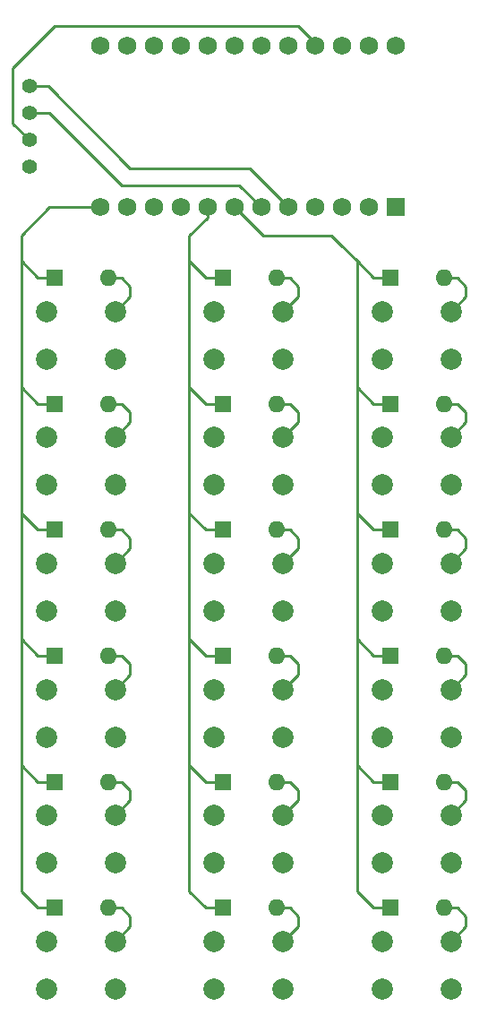
<source format=gbr>
%TF.GenerationSoftware,KiCad,Pcbnew,(5.1.9)-1*%
%TF.CreationDate,2021-06-02T16:01:08+02:00*%
%TF.ProjectId,LATE-9,4c415445-2d39-42e6-9b69-6361645f7063,rev?*%
%TF.SameCoordinates,Original*%
%TF.FileFunction,Copper,L1,Top*%
%TF.FilePolarity,Positive*%
%FSLAX46Y46*%
G04 Gerber Fmt 4.6, Leading zero omitted, Abs format (unit mm)*
G04 Created by KiCad (PCBNEW (5.1.9)-1) date 2021-06-02 16:01:08*
%MOMM*%
%LPD*%
G01*
G04 APERTURE LIST*
%TA.AperFunction,ComponentPad*%
%ADD10C,1.752600*%
%TD*%
%TA.AperFunction,ComponentPad*%
%ADD11R,1.752600X1.752600*%
%TD*%
%TA.AperFunction,ComponentPad*%
%ADD12C,2.000000*%
%TD*%
%TA.AperFunction,ComponentPad*%
%ADD13C,1.397000*%
%TD*%
%TA.AperFunction,ComponentPad*%
%ADD14O,1.600000X1.600000*%
%TD*%
%TA.AperFunction,ComponentPad*%
%ADD15R,1.600000X1.600000*%
%TD*%
%TA.AperFunction,Conductor*%
%ADD16C,0.254000*%
%TD*%
G04 APERTURE END LIST*
D10*
%TO.P,U1,24*%
%TO.N,Net-(U1-Pad24)*%
X63976250Y-46355000D03*
%TO.P,U1,12*%
%TO.N,COL0*%
X36036250Y-61595000D03*
%TO.P,U1,23*%
%TO.N,GND*%
X61436250Y-46355000D03*
%TO.P,U1,22*%
%TO.N,Net-(U1-Pad22)*%
X58896250Y-46355000D03*
%TO.P,U1,21*%
%TO.N,VCC*%
X56356250Y-46355000D03*
%TO.P,U1,20*%
%TO.N,Net-(U1-Pad20)*%
X53816250Y-46355000D03*
%TO.P,U1,19*%
%TO.N,Net-(U1-Pad19)*%
X51276250Y-46355000D03*
%TO.P,U1,18*%
%TO.N,Net-(U1-Pad18)*%
X48736250Y-46355000D03*
%TO.P,U1,17*%
%TO.N,Net-(U1-Pad17)*%
X46196250Y-46355000D03*
%TO.P,U1,16*%
%TO.N,Net-(U1-Pad16)*%
X43656250Y-46355000D03*
%TO.P,U1,15*%
%TO.N,ROW3*%
X41116250Y-46355000D03*
%TO.P,U1,14*%
%TO.N,ROW4*%
X38576250Y-46355000D03*
%TO.P,U1,13*%
%TO.N,ROW5*%
X36036250Y-46355000D03*
%TO.P,U1,11*%
%TO.N,ROW0*%
X38576250Y-61595000D03*
%TO.P,U1,10*%
%TO.N,ROW1*%
X41116250Y-61595000D03*
%TO.P,U1,9*%
%TO.N,ROW2*%
X43656250Y-61595000D03*
%TO.P,U1,8*%
%TO.N,COL1*%
X46196250Y-61595000D03*
%TO.P,U1,7*%
%TO.N,COL2*%
X48736250Y-61595000D03*
%TO.P,U1,6*%
%TO.N,SCL*%
X51276250Y-61595000D03*
%TO.P,U1,5*%
%TO.N,SDA*%
X53816250Y-61595000D03*
%TO.P,U1,4*%
%TO.N,GND*%
X56356250Y-61595000D03*
%TO.P,U1,3*%
X58896250Y-61595000D03*
%TO.P,U1,2*%
%TO.N,Net-(U1-Pad2)*%
X61436250Y-61595000D03*
D11*
%TO.P,U1,1*%
%TO.N,Net-(U1-Pad1)*%
X63976250Y-61595000D03*
%TD*%
D12*
%TO.P,SW18,3*%
%TO.N,Net-(SW17-Pad4)*%
X62706250Y-135468750D03*
%TO.P,SW18,1*%
%TO.N,Net-(SW18-Pad1)*%
X62706250Y-130968750D03*
%TO.P,SW18,4*%
%TO.N,Net-(SW18-Pad4)*%
X69206250Y-135468750D03*
%TO.P,SW18,2*%
%TO.N,Net-(D18-Pad2)*%
X69206250Y-130968750D03*
%TD*%
%TO.P,SW17,3*%
%TO.N,Net-(SW16-Pad4)*%
X46831250Y-135468750D03*
%TO.P,SW17,1*%
%TO.N,Net-(SW17-Pad1)*%
X46831250Y-130968750D03*
%TO.P,SW17,4*%
%TO.N,Net-(SW17-Pad4)*%
X53331250Y-135468750D03*
%TO.P,SW17,2*%
%TO.N,Net-(D17-Pad2)*%
X53331250Y-130968750D03*
%TD*%
%TO.P,SW16,3*%
%TO.N,ROW5*%
X30956250Y-135468750D03*
%TO.P,SW16,1*%
%TO.N,Net-(SW16-Pad1)*%
X30956250Y-130968750D03*
%TO.P,SW16,4*%
%TO.N,Net-(SW16-Pad4)*%
X37456250Y-135468750D03*
%TO.P,SW16,2*%
%TO.N,Net-(D16-Pad2)*%
X37456250Y-130968750D03*
%TD*%
%TO.P,SW15,3*%
%TO.N,Net-(SW14-Pad4)*%
X62706250Y-123562500D03*
%TO.P,SW15,1*%
%TO.N,Net-(SW15-Pad1)*%
X62706250Y-119062500D03*
%TO.P,SW15,4*%
%TO.N,Net-(SW15-Pad4)*%
X69206250Y-123562500D03*
%TO.P,SW15,2*%
%TO.N,Net-(D15-Pad2)*%
X69206250Y-119062500D03*
%TD*%
%TO.P,SW14,3*%
%TO.N,Net-(SW13-Pad4)*%
X46831250Y-123562500D03*
%TO.P,SW14,1*%
%TO.N,Net-(SW14-Pad1)*%
X46831250Y-119062500D03*
%TO.P,SW14,4*%
%TO.N,Net-(SW14-Pad4)*%
X53331250Y-123562500D03*
%TO.P,SW14,2*%
%TO.N,Net-(D14-Pad2)*%
X53331250Y-119062500D03*
%TD*%
%TO.P,SW13,3*%
%TO.N,ROW4*%
X30956250Y-123562500D03*
%TO.P,SW13,1*%
%TO.N,Net-(SW13-Pad1)*%
X30956250Y-119062500D03*
%TO.P,SW13,4*%
%TO.N,Net-(SW13-Pad4)*%
X37456250Y-123562500D03*
%TO.P,SW13,2*%
%TO.N,Net-(D13-Pad2)*%
X37456250Y-119062500D03*
%TD*%
%TO.P,SW12,3*%
%TO.N,Net-(SW11-Pad4)*%
X62706250Y-111656250D03*
%TO.P,SW12,1*%
%TO.N,Net-(SW12-Pad1)*%
X62706250Y-107156250D03*
%TO.P,SW12,4*%
%TO.N,Net-(SW12-Pad4)*%
X69206250Y-111656250D03*
%TO.P,SW12,2*%
%TO.N,Net-(D12-Pad2)*%
X69206250Y-107156250D03*
%TD*%
%TO.P,SW11,3*%
%TO.N,Net-(SW10-Pad4)*%
X46831250Y-111656250D03*
%TO.P,SW11,1*%
%TO.N,Net-(SW11-Pad1)*%
X46831250Y-107156250D03*
%TO.P,SW11,4*%
%TO.N,Net-(SW11-Pad4)*%
X53331250Y-111656250D03*
%TO.P,SW11,2*%
%TO.N,Net-(D11-Pad2)*%
X53331250Y-107156250D03*
%TD*%
%TO.P,SW10,3*%
%TO.N,ROW3*%
X30956250Y-111656250D03*
%TO.P,SW10,1*%
%TO.N,Net-(SW10-Pad1)*%
X30956250Y-107156250D03*
%TO.P,SW10,4*%
%TO.N,Net-(SW10-Pad4)*%
X37456250Y-111656250D03*
%TO.P,SW10,2*%
%TO.N,Net-(D10-Pad2)*%
X37456250Y-107156250D03*
%TD*%
%TO.P,SW9,3*%
%TO.N,Net-(SW8-Pad4)*%
X62706250Y-99750000D03*
%TO.P,SW9,1*%
%TO.N,Net-(SW9-Pad1)*%
X62706250Y-95250000D03*
%TO.P,SW9,4*%
%TO.N,Net-(SW9-Pad4)*%
X69206250Y-99750000D03*
%TO.P,SW9,2*%
%TO.N,Net-(D9-Pad2)*%
X69206250Y-95250000D03*
%TD*%
%TO.P,SW8,3*%
%TO.N,Net-(SW7-Pad4)*%
X46831250Y-99750000D03*
%TO.P,SW8,1*%
%TO.N,Net-(SW8-Pad1)*%
X46831250Y-95250000D03*
%TO.P,SW8,4*%
%TO.N,Net-(SW8-Pad4)*%
X53331250Y-99750000D03*
%TO.P,SW8,2*%
%TO.N,Net-(D8-Pad2)*%
X53331250Y-95250000D03*
%TD*%
%TO.P,SW7,3*%
%TO.N,ROW2*%
X30956250Y-99750000D03*
%TO.P,SW7,1*%
%TO.N,Net-(SW7-Pad1)*%
X30956250Y-95250000D03*
%TO.P,SW7,4*%
%TO.N,Net-(SW7-Pad4)*%
X37456250Y-99750000D03*
%TO.P,SW7,2*%
%TO.N,Net-(D7-Pad2)*%
X37456250Y-95250000D03*
%TD*%
%TO.P,SW6,3*%
%TO.N,Net-(SW5-Pad4)*%
X62706250Y-87843750D03*
%TO.P,SW6,1*%
%TO.N,Net-(SW6-Pad1)*%
X62706250Y-83343750D03*
%TO.P,SW6,4*%
%TO.N,Net-(SW6-Pad4)*%
X69206250Y-87843750D03*
%TO.P,SW6,2*%
%TO.N,Net-(D6-Pad2)*%
X69206250Y-83343750D03*
%TD*%
%TO.P,SW5,3*%
%TO.N,Net-(SW4-Pad4)*%
X46831250Y-87843750D03*
%TO.P,SW5,1*%
%TO.N,Net-(SW5-Pad1)*%
X46831250Y-83343750D03*
%TO.P,SW5,4*%
%TO.N,Net-(SW5-Pad4)*%
X53331250Y-87843750D03*
%TO.P,SW5,2*%
%TO.N,Net-(D5-Pad2)*%
X53331250Y-83343750D03*
%TD*%
%TO.P,SW4,3*%
%TO.N,ROW1*%
X30956250Y-87843750D03*
%TO.P,SW4,1*%
%TO.N,Net-(SW4-Pad1)*%
X30956250Y-83343750D03*
%TO.P,SW4,4*%
%TO.N,Net-(SW4-Pad4)*%
X37456250Y-87843750D03*
%TO.P,SW4,2*%
%TO.N,Net-(D4-Pad2)*%
X37456250Y-83343750D03*
%TD*%
%TO.P,SW3,3*%
%TO.N,Net-(SW2-Pad4)*%
X62706250Y-75937500D03*
%TO.P,SW3,1*%
%TO.N,Net-(SW3-Pad1)*%
X62706250Y-71437500D03*
%TO.P,SW3,4*%
%TO.N,Net-(SW3-Pad4)*%
X69206250Y-75937500D03*
%TO.P,SW3,2*%
%TO.N,Net-(D3-Pad2)*%
X69206250Y-71437500D03*
%TD*%
%TO.P,SW2,3*%
%TO.N,Net-(SW1-Pad4)*%
X46831250Y-75937500D03*
%TO.P,SW2,1*%
%TO.N,Net-(SW2-Pad1)*%
X46831250Y-71437500D03*
%TO.P,SW2,4*%
%TO.N,Net-(SW2-Pad4)*%
X53331250Y-75937500D03*
%TO.P,SW2,2*%
%TO.N,Net-(D2-Pad2)*%
X53331250Y-71437500D03*
%TD*%
%TO.P,SW1,3*%
%TO.N,ROW0*%
X30956250Y-75937500D03*
%TO.P,SW1,1*%
%TO.N,Net-(SW1-Pad1)*%
X30956250Y-71437500D03*
%TO.P,SW1,4*%
%TO.N,Net-(SW1-Pad4)*%
X37456250Y-75937500D03*
%TO.P,SW1,2*%
%TO.N,Net-(D1-Pad2)*%
X37456250Y-71437500D03*
%TD*%
D13*
%TO.P,OL1,1*%
%TO.N,SDA*%
X29368750Y-50165000D03*
%TO.P,OL1,2*%
%TO.N,SCL*%
X29368750Y-52705000D03*
%TO.P,OL1,3*%
%TO.N,VCC*%
X29368750Y-55245000D03*
%TO.P,OL1,4*%
%TO.N,GND*%
X29368750Y-57785000D03*
%TD*%
D14*
%TO.P,D18,2*%
%TO.N,Net-(D18-Pad2)*%
X68580000Y-127793750D03*
D15*
%TO.P,D18,1*%
%TO.N,COL2*%
X63500000Y-127793750D03*
%TD*%
D14*
%TO.P,D17,2*%
%TO.N,Net-(D17-Pad2)*%
X52705000Y-127793750D03*
D15*
%TO.P,D17,1*%
%TO.N,COL1*%
X47625000Y-127793750D03*
%TD*%
D14*
%TO.P,D16,2*%
%TO.N,Net-(D16-Pad2)*%
X36830000Y-127793750D03*
D15*
%TO.P,D16,1*%
%TO.N,COL0*%
X31750000Y-127793750D03*
%TD*%
D14*
%TO.P,D15,2*%
%TO.N,Net-(D15-Pad2)*%
X68580000Y-115887500D03*
D15*
%TO.P,D15,1*%
%TO.N,COL2*%
X63500000Y-115887500D03*
%TD*%
D14*
%TO.P,D14,2*%
%TO.N,Net-(D14-Pad2)*%
X52705000Y-115887500D03*
D15*
%TO.P,D14,1*%
%TO.N,COL1*%
X47625000Y-115887500D03*
%TD*%
D14*
%TO.P,D13,2*%
%TO.N,Net-(D13-Pad2)*%
X36830000Y-115887500D03*
D15*
%TO.P,D13,1*%
%TO.N,COL0*%
X31750000Y-115887500D03*
%TD*%
D14*
%TO.P,D12,2*%
%TO.N,Net-(D12-Pad2)*%
X68580000Y-103981250D03*
D15*
%TO.P,D12,1*%
%TO.N,COL2*%
X63500000Y-103981250D03*
%TD*%
D14*
%TO.P,D11,2*%
%TO.N,Net-(D11-Pad2)*%
X52705000Y-103981250D03*
D15*
%TO.P,D11,1*%
%TO.N,COL1*%
X47625000Y-103981250D03*
%TD*%
D14*
%TO.P,D10,2*%
%TO.N,Net-(D10-Pad2)*%
X36830000Y-103981250D03*
D15*
%TO.P,D10,1*%
%TO.N,COL0*%
X31750000Y-103981250D03*
%TD*%
D14*
%TO.P,D9,2*%
%TO.N,Net-(D9-Pad2)*%
X68580000Y-92075000D03*
D15*
%TO.P,D9,1*%
%TO.N,COL2*%
X63500000Y-92075000D03*
%TD*%
D14*
%TO.P,D8,2*%
%TO.N,Net-(D8-Pad2)*%
X52705000Y-92075000D03*
D15*
%TO.P,D8,1*%
%TO.N,COL1*%
X47625000Y-92075000D03*
%TD*%
D14*
%TO.P,D7,2*%
%TO.N,Net-(D7-Pad2)*%
X36830000Y-92075000D03*
D15*
%TO.P,D7,1*%
%TO.N,COL0*%
X31750000Y-92075000D03*
%TD*%
D14*
%TO.P,D6,2*%
%TO.N,Net-(D6-Pad2)*%
X68580000Y-80168750D03*
D15*
%TO.P,D6,1*%
%TO.N,COL2*%
X63500000Y-80168750D03*
%TD*%
D14*
%TO.P,D5,2*%
%TO.N,Net-(D5-Pad2)*%
X52705000Y-80168750D03*
D15*
%TO.P,D5,1*%
%TO.N,COL1*%
X47625000Y-80168750D03*
%TD*%
D14*
%TO.P,D4,2*%
%TO.N,Net-(D4-Pad2)*%
X36830000Y-80168750D03*
D15*
%TO.P,D4,1*%
%TO.N,COL0*%
X31750000Y-80168750D03*
%TD*%
D14*
%TO.P,D3,2*%
%TO.N,Net-(D3-Pad2)*%
X68580000Y-68262500D03*
D15*
%TO.P,D3,1*%
%TO.N,COL2*%
X63500000Y-68262500D03*
%TD*%
D14*
%TO.P,D2,2*%
%TO.N,Net-(D2-Pad2)*%
X52705000Y-68262500D03*
D15*
%TO.P,D2,1*%
%TO.N,COL1*%
X47625000Y-68262500D03*
%TD*%
D14*
%TO.P,D1,2*%
%TO.N,Net-(D1-Pad2)*%
X36830000Y-68262500D03*
D15*
%TO.P,D1,1*%
%TO.N,COL0*%
X31750000Y-68262500D03*
%TD*%
D16*
%TO.N,Net-(D1-Pad2)*%
X38893750Y-70000000D02*
X37456250Y-71437500D01*
X38893750Y-69056250D02*
X38893750Y-70000000D01*
X38100000Y-68262500D02*
X38893750Y-69056250D01*
X36830000Y-68262500D02*
X38100000Y-68262500D01*
%TO.N,Net-(D2-Pad2)*%
X54768750Y-70000000D02*
X53331250Y-71437500D01*
X54768750Y-69056250D02*
X54768750Y-70000000D01*
X53975000Y-68262500D02*
X54768750Y-69056250D01*
X52705000Y-68262500D02*
X53975000Y-68262500D01*
%TO.N,Net-(D3-Pad2)*%
X70643750Y-70000000D02*
X69206250Y-71437500D01*
X70643750Y-69056250D02*
X70643750Y-70000000D01*
X69850000Y-68262500D02*
X70643750Y-69056250D01*
X68580000Y-68262500D02*
X69850000Y-68262500D01*
%TO.N,Net-(D4-Pad2)*%
X38893750Y-81906250D02*
X37456250Y-83343750D01*
X38893750Y-80962500D02*
X38893750Y-81906250D01*
X38100000Y-80168750D02*
X38893750Y-80962500D01*
X36830000Y-80168750D02*
X38100000Y-80168750D01*
%TO.N,Net-(D5-Pad2)*%
X54768750Y-81906250D02*
X53331250Y-83343750D01*
X54768750Y-80962500D02*
X54768750Y-81906250D01*
X53975000Y-80168750D02*
X54768750Y-80962500D01*
X52705000Y-80168750D02*
X53975000Y-80168750D01*
%TO.N,Net-(D6-Pad2)*%
X70643750Y-81906250D02*
X69206250Y-83343750D01*
X70643750Y-80962500D02*
X70643750Y-81906250D01*
X69850000Y-80168750D02*
X70643750Y-80962500D01*
X68580000Y-80168750D02*
X69850000Y-80168750D01*
%TO.N,Net-(D7-Pad2)*%
X38893750Y-93812500D02*
X37456250Y-95250000D01*
X38893750Y-92868750D02*
X38893750Y-93812500D01*
X38100000Y-92075000D02*
X38893750Y-92868750D01*
X36830000Y-92075000D02*
X38100000Y-92075000D01*
%TO.N,Net-(D8-Pad2)*%
X54768750Y-93812500D02*
X53331250Y-95250000D01*
X54768750Y-92868750D02*
X54768750Y-93812500D01*
X53975000Y-92075000D02*
X54768750Y-92868750D01*
X52705000Y-92075000D02*
X53975000Y-92075000D01*
%TO.N,COL1*%
X46037500Y-68262500D02*
X44450000Y-66675000D01*
X47625000Y-68262500D02*
X46037500Y-68262500D01*
X46037500Y-80168750D02*
X47625000Y-80168750D01*
X44450000Y-78581250D02*
X46037500Y-80168750D01*
X46037500Y-92075000D02*
X47625000Y-92075000D01*
X44450000Y-90487500D02*
X46037500Y-92075000D01*
X46037500Y-103981250D02*
X47625000Y-103981250D01*
X44450000Y-102393750D02*
X46037500Y-103981250D01*
X47625000Y-115887500D02*
X46037500Y-115887500D01*
X46037500Y-115887500D02*
X44450000Y-114300000D01*
X47625000Y-127793750D02*
X46037500Y-127793750D01*
X46037500Y-127793750D02*
X44450000Y-126206250D01*
X44450000Y-66675000D02*
X44450000Y-126206250D01*
X46196250Y-62547500D02*
X46196250Y-61595000D01*
X44450000Y-64293750D02*
X46196250Y-62547500D01*
X44450000Y-66675000D02*
X44450000Y-64293750D01*
%TO.N,COL0*%
X30162500Y-68262500D02*
X28575000Y-66675000D01*
X31750000Y-68262500D02*
X30162500Y-68262500D01*
X30162500Y-80168750D02*
X31750000Y-80168750D01*
X28575000Y-78581250D02*
X30162500Y-80168750D01*
X30162500Y-92075000D02*
X31750000Y-92075000D01*
X28575000Y-90487500D02*
X30162500Y-92075000D01*
X30162500Y-103981250D02*
X31750000Y-103981250D01*
X28575000Y-102393750D02*
X30162500Y-103981250D01*
X31750000Y-115887500D02*
X30162500Y-115887500D01*
X30162500Y-115887500D02*
X28575000Y-114300000D01*
X31750000Y-127793750D02*
X30162500Y-127793750D01*
X30162500Y-127793750D02*
X28575000Y-126206250D01*
X28575000Y-126206250D02*
X28575000Y-66675000D01*
X28575000Y-66675000D02*
X28575000Y-65087500D01*
X28575000Y-64293750D02*
X31273750Y-61595000D01*
X31273750Y-61595000D02*
X34448750Y-61595000D01*
X36036250Y-61595000D02*
X34448750Y-61595000D01*
X28575000Y-65087500D02*
X28575000Y-64293750D01*
%TO.N,COL2*%
X63500000Y-68262500D02*
X61912500Y-68262500D01*
X61912500Y-68262500D02*
X60325000Y-66675000D01*
X61912500Y-80168750D02*
X63500000Y-80168750D01*
X60325000Y-78581250D02*
X61912500Y-80168750D01*
X61912500Y-92075000D02*
X63500000Y-92075000D01*
X60325000Y-90487500D02*
X61912500Y-92075000D01*
X61912500Y-103981250D02*
X63500000Y-103981250D01*
X60325000Y-102393750D02*
X61912500Y-103981250D01*
X63500000Y-115887500D02*
X61912500Y-115887500D01*
X61912500Y-115887500D02*
X60325000Y-114300000D01*
X63500000Y-127793750D02*
X61912500Y-127793750D01*
X61912500Y-127793750D02*
X60325000Y-126206250D01*
X60325000Y-126206250D02*
X60325000Y-66675000D01*
X60325000Y-66675000D02*
X58737500Y-65087500D01*
X51435000Y-64293750D02*
X48736250Y-61595000D01*
X58737500Y-65087500D02*
X57943750Y-64293750D01*
X57943750Y-64293750D02*
X51435000Y-64293750D01*
%TO.N,Net-(D9-Pad2)*%
X70643750Y-93812500D02*
X69206250Y-95250000D01*
X70643750Y-92868750D02*
X70643750Y-93812500D01*
X69850000Y-92075000D02*
X70643750Y-92868750D01*
X68580000Y-92075000D02*
X69850000Y-92075000D01*
%TO.N,Net-(D10-Pad2)*%
X38893750Y-105718750D02*
X37456250Y-107156250D01*
X38893750Y-104775000D02*
X38893750Y-105718750D01*
X38100000Y-103981250D02*
X38893750Y-104775000D01*
X36830000Y-103981250D02*
X38100000Y-103981250D01*
%TO.N,Net-(D11-Pad2)*%
X54768750Y-105718750D02*
X53331250Y-107156250D01*
X54768750Y-104775000D02*
X54768750Y-105718750D01*
X53975000Y-103981250D02*
X54768750Y-104775000D01*
X52705000Y-103981250D02*
X53975000Y-103981250D01*
%TO.N,Net-(D12-Pad2)*%
X70643750Y-105718750D02*
X69206250Y-107156250D01*
X70643750Y-104775000D02*
X70643750Y-105718750D01*
X69850000Y-103981250D02*
X70643750Y-104775000D01*
X68580000Y-103981250D02*
X69850000Y-103981250D01*
%TO.N,VCC*%
X56356250Y-46037500D02*
X56356250Y-46355000D01*
X54768750Y-44450000D02*
X56356250Y-46037500D01*
X31750000Y-44450000D02*
X54768750Y-44450000D01*
X27781250Y-48418750D02*
X31750000Y-44450000D01*
X27781250Y-53689250D02*
X27781250Y-48418750D01*
X29337000Y-55245000D02*
X27781250Y-53689250D01*
%TO.N,SCL*%
X49212500Y-59531250D02*
X51276250Y-61595000D01*
X38100000Y-59531250D02*
X49212500Y-59531250D01*
X31273750Y-52705000D02*
X38100000Y-59531250D01*
X29337000Y-52705000D02*
X31273750Y-52705000D01*
%TO.N,SDA*%
X29337000Y-50165000D02*
X31115000Y-50165000D01*
X31115000Y-50165000D02*
X38893750Y-57943750D01*
X38893750Y-57943750D02*
X48418750Y-57943750D01*
X48418750Y-57943750D02*
X48577500Y-57943750D01*
X50165000Y-57943750D02*
X53816250Y-61595000D01*
X48418750Y-57943750D02*
X50165000Y-57943750D01*
%TO.N,Net-(D13-Pad2)*%
X38893750Y-117625000D02*
X37456250Y-119062500D01*
X38893750Y-116681250D02*
X38893750Y-117625000D01*
X38100000Y-115887500D02*
X38893750Y-116681250D01*
X36830000Y-115887500D02*
X38100000Y-115887500D01*
%TO.N,Net-(D14-Pad2)*%
X54768750Y-117625000D02*
X53331250Y-119062500D01*
X54768750Y-116681250D02*
X54768750Y-117625000D01*
X53975000Y-115887500D02*
X54768750Y-116681250D01*
X52705000Y-115887500D02*
X53975000Y-115887500D01*
%TO.N,Net-(D15-Pad2)*%
X70643750Y-117625000D02*
X69206250Y-119062500D01*
X70643750Y-116681250D02*
X70643750Y-117625000D01*
X69850000Y-115887500D02*
X70643750Y-116681250D01*
X68580000Y-115887500D02*
X69850000Y-115887500D01*
%TO.N,Net-(D16-Pad2)*%
X38893750Y-129531250D02*
X37456250Y-130968750D01*
X38893750Y-128587500D02*
X38893750Y-129531250D01*
X38100000Y-127793750D02*
X38893750Y-128587500D01*
X36830000Y-127793750D02*
X38100000Y-127793750D01*
%TO.N,Net-(D17-Pad2)*%
X54768750Y-129531250D02*
X53331250Y-130968750D01*
X54768750Y-128587500D02*
X54768750Y-129531250D01*
X53975000Y-127793750D02*
X54768750Y-128587500D01*
X52705000Y-127793750D02*
X53975000Y-127793750D01*
%TO.N,Net-(D18-Pad2)*%
X70643750Y-129531250D02*
X69206250Y-130968750D01*
X70643750Y-128587500D02*
X70643750Y-129531250D01*
X69850000Y-127793750D02*
X70643750Y-128587500D01*
X68580000Y-127793750D02*
X69850000Y-127793750D01*
%TD*%
M02*

</source>
